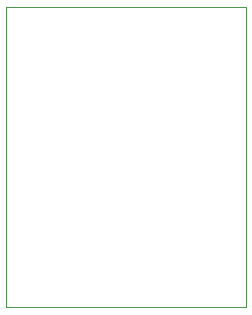
<source format=gbr>
G04 #@! TF.GenerationSoftware,KiCad,Pcbnew,(5.1.5-0-10_14)*
G04 #@! TF.CreationDate,2020-05-14T21:48:16+01:00*
G04 #@! TF.ProjectId,SnapICSP,536e6170-4943-4535-902e-6b696361645f,rev?*
G04 #@! TF.SameCoordinates,Original*
G04 #@! TF.FileFunction,Profile,NP*
%FSLAX46Y46*%
G04 Gerber Fmt 4.6, Leading zero omitted, Abs format (unit mm)*
G04 Created by KiCad (PCBNEW (5.1.5-0-10_14)) date 2020-05-14 21:48:16*
%MOMM*%
%LPD*%
G04 APERTURE LIST*
%ADD10C,0.050000*%
G04 APERTURE END LIST*
D10*
X86360000Y33020000D02*
X86360000Y58420000D01*
X106680000Y33020000D02*
X86360000Y33020000D01*
X106680000Y58420000D02*
X106680000Y33020000D01*
X86360000Y58420000D02*
X106680000Y58420000D01*
M02*

</source>
